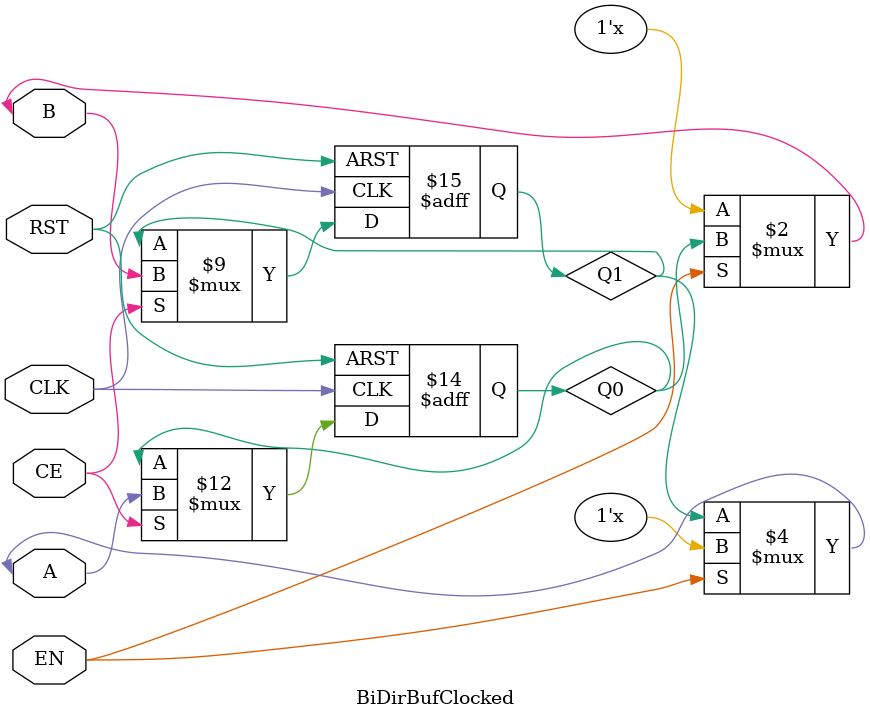
<source format=v>
module BiDirBufClocked(A,B,EN,CE,RST,CLK) /* synthesis GSR="ENABLED" */;
inout A,B;
input EN,CE,RST,CLK;

reg Q0,Q1;

assign B = (EN == 1'b1) ? Q0 : 1'bZ;
assign A = (EN == 1'b0) ? Q1 : 1'bZ;

always @(posedge CLK or posedge RST)
begin
	if (RST == 1'b1) begin
		Q0 <= 1'b0;
		Q1 <= 1'b0;
	end
	else if (CE == 1'b1) begin
		Q0 <= A;
		Q1 <= B;
	end 
	else begin
		Q0 <= Q0;
		Q1 <= Q1;
	end
end

endmodule

</source>
